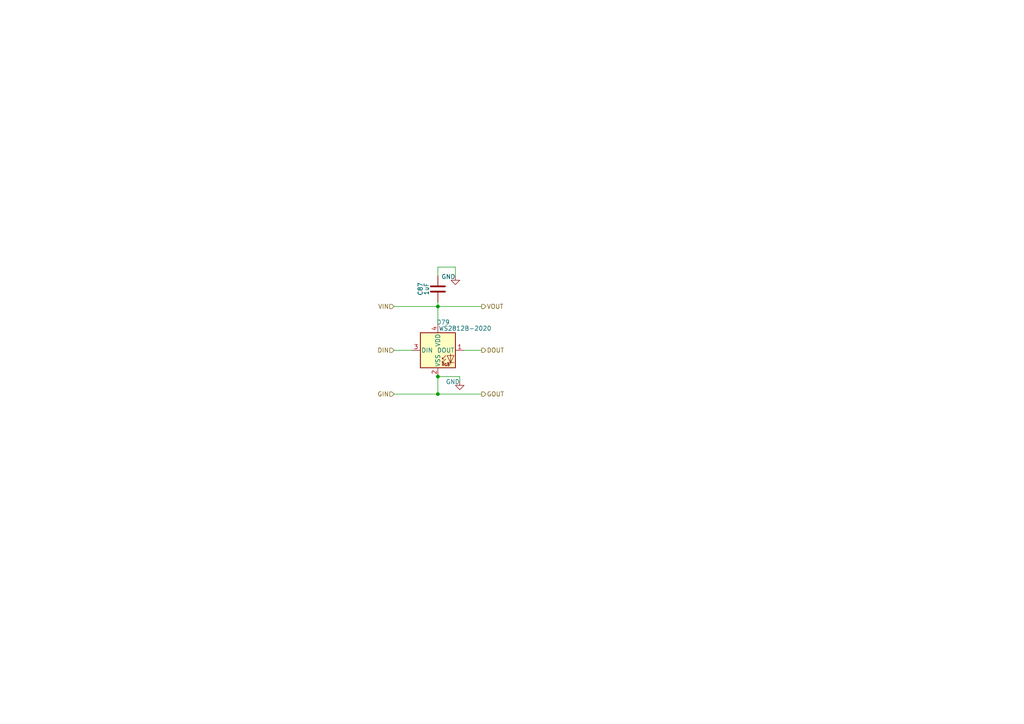
<source format=kicad_sch>
(kicad_sch (version 20250114) (generator "eeschema") (generator_version "9.0")
  (paper "A4")
  (lib_symbols
    (symbol "Device:C" (pin_numbers (hide yes)) (pin_names (offset 0.254))
      (property "Reference" "C" (at 0.635 2.54 0))
      (property "Value" "C" (at 0.635 -2.54 0))
      (symbol "C_0_1"
        (polyline (pts (xy -2.032 0.762) (xy 2.032 0.762)) (stroke (width 0.508)))
        (polyline (pts (xy -2.032 -0.762) (xy 2.032 -0.762)) (stroke (width 0.508)))
      )
      (symbol "C_1_1"
        (pin passive line (at 0 3.81 270) (length 2.794) (name "~") (number "1"))
        (pin passive line (at 0 -3.81 90) (length 2.794) (name "~") (number "2"))
      )
    )
    (symbol "LED:WS2812B-2020" (pin_names (offset 0.254))
      (property "Reference" "D" (at 5.08 5.715 0))
      (property "Value" "WS2812B-2020" (at 1.27 -5.715 0))
      (symbol "WS2812B-2020_0_0"
        (text "RGB" (at 2.286 -4.191 0) (effects (font (size 0.762 0.762))))
      )
      (symbol "WS2812B-2020_0_1"
        (polyline (pts (xy 1.27 -2.54) (xy 1.778 -2.54)))
        (polyline (pts (xy 1.27 -3.556) (xy 1.778 -3.556)))
        (polyline (pts (xy 2.286 -1.524) (xy 1.27 -2.54) (xy 1.27 -2.032)))
        (polyline (pts (xy 2.286 -2.54) (xy 1.27 -3.556) (xy 1.27 -3.048)))
        (polyline (pts (xy 3.683 -1.016) (xy 3.683 -3.556) (xy 3.683 -4.064)))
        (polyline (pts (xy 4.699 -1.524) (xy 2.667 -1.524) (xy 3.683 -3.556) (xy 4.699 -1.524)))
        (polyline (pts (xy 4.699 -3.556) (xy 2.667 -3.556)))
        (rectangle (start 5.08 5.08) (end -5.08 -5.08) (stroke (width 0.254)) (fill (type background)))
      )
      (symbol "WS2812B-2020_1_1"
        (pin input line (at -7.62 0 0) (length 2.54) (name "DIN") (number "3"))
        (pin power_in line (at 0 7.62 270) (length 2.54) (name "VDD") (number "4"))
        (pin power_in line (at 0 -7.62 90) (length 2.54) (name "VSS") (number "2"))
        (pin output line (at 7.62 0 180) (length 2.54) (name "DOUT") (number "1"))
      )
    )
    (symbol "power:GND" (power) (pin_numbers (hide yes)) (pin_names (offset 0) (hide yes))
      (property "Value" "GND" (at 0 -3.81 0))
      (symbol "GND_0_1"
        (polyline (pts (xy 0 0) (xy 0 -1.27) (xy 1.27 -1.27) (xy 0 -2.54) (xy -1.27 -1.27) (xy 0 -1.27)))
      )
      (symbol "GND_1_1"
        (pin power_in line (at 0 0 270) (length 0) (name "~") (number "1"))
      )
    )
  )
  (junction (at 127 109.22))
  (junction (at 127 88.9))
  (junction (at 127 114.3))
  (wire (pts (xy 133.35 110.49) (xy 133.35 109.22)))
  (wire (pts (xy 127 87.63) (xy 127 88.9)))
  (wire (pts (xy 127 114.3) (xy 139.7 114.3)))
  (wire (pts (xy 127 88.9) (xy 127 93.98)))
  (wire (pts (xy 114.3 88.9) (xy 127 88.9)))
  (wire (pts (xy 127 114.3) (xy 127 109.22)))
  (wire (pts (xy 127 109.22) (xy 133.35 109.22)))
  (wire (pts (xy 134.62 101.6) (xy 139.7 101.6)))
  (wire (pts (xy 127 80.01) (xy 127 77.47)))
  (wire (pts (xy 132.08 77.47) (xy 132.08 80.01)))
  (wire (pts (xy 127 88.9) (xy 139.7 88.9)))
  (wire (pts (xy 114.3 114.3) (xy 127 114.3)))
  (wire (pts (xy 114.3 101.6) (xy 119.38 101.6)))
  (wire (pts (xy 127 77.47) (xy 132.08 77.47)))
  (hierarchical_label "VOUT" (shape output) (at 139.7 88.9 0))
  (hierarchical_label "DOUT" (shape output) (at 139.7 101.6 0))
  (hierarchical_label "VIN" (shape input) (at 114.3 88.9 180))
  (hierarchical_label "GIN" (shape input) (at 114.3 114.3 180))
  (hierarchical_label "GOUT" (shape output) (at 139.7 114.3 0))
  (hierarchical_label "DIN" (shape input) (at 114.3 101.6 180))
  (symbol (lib_id "power:GND") (at 133.35 110.49 0) (unit 1)
    (property "Reference" "#PWR026" (effects (hide yes)))
    (property "Value" "GND" (at 131.318 110.744 0))
    (property "Description" "Power symbol creates a global label with name \"GND\" , ground" (effects (hide yes)))
    (instances (project "YBF" (path "" (reference "#PWR0182") (unit 1)) (path "" (reference "#PWR0166") (unit 1)) (path "" (reference "#PWR0120") (unit 1)) (path "" (reference "#PWR052") (unit 1)) (path "" (reference "#PWR066") (unit 1)) (path "" (reference "#PWR076") (unit 1)) (path "" (reference "#PWR074") (unit 1)) (path "" (reference "#PWR0144") (unit 1)) (path "" (reference "#PWR0140") (unit 1)) (path "" (reference "#PWR0106") (unit 1)) (path "" (reference "#PWR056") (unit 1)) (path "" (reference "#PWR0162") (unit 1)) (path "" (reference "#PWR0186") (unit 1)) (path "" (reference "#PWR0124") (unit 1)) (path "" (reference "#PWR0164") (unit 1)) (path "" (reference "#PWR098") (unit 1)) (path "" (reference "#PWR040") (unit 1)) (path "" (reference "#PWR094") (unit 1)) (path "" (reference "#PWR0138") (unit 1)) (path "" (reference "#PWR0216") (unit 1)) (path "" (reference "#PWR034") (unit 1)) (path "" (reference "#PWR0154") (unit 1)) (path "" (reference "#PWR0172") (unit 1)) (path "" (reference "#PWR032") (unit 1)) (path "" (reference "#PWR080") (unit 1)) (path "" (reference "#PWR060") (unit 1)) (path "" (reference "#PWR038") (unit 1)) (path "" (reference "#PWR0136") (unit 1)) (path "" (reference "#PWR0190") (unit 1)) (path "" (reference "#PWR0152") (unit 1)) (path "" (reference "#PWR070") (unit 1)) (path "" (reference "#PWR0184") (unit 1)) (path "" (reference "#PWR086") (unit 1)) (path "" (reference "#PWR0192") (unit 1)) (path "" (reference "#PWR050") (unit 1)) (path "" (reference "#PWR088") (unit 1)) (path "" (reference "#PWR044") (unit 1)) (path "" (reference "#PWR0212") (unit 1)) (path "" (reference "#PWR054") (unit 1)) (path "" (reference "#PWR092") (unit 1)) (path "" (reference "#PWR0126") (unit 1)) (path "" (reference "#PWR0160") (unit 1)) (path "" (reference "#PWR0104") (unit 1)) (path "" (reference "#PWR0178") (unit 1)) (path "" (reference "#PWR064") (unit 1)) (path "" (reference "#PWR0208") (unit 1)) (path "" (reference "#PWR030") (unit 1)) (path "" (reference "#PWR0214") (unit 1)) (path "" (reference "#PWR0206") (unit 1)) (path "" (reference "#PWR0148") (unit 1)) (path "" (reference "#PWR026") (unit 1)) (path "" (reference "#PWR096") (unit 1)) (path "" (reference "#PWR0158") (unit 1)) (path "" (reference "#PWR0134") (unit 1)) (path "" (reference "#PWR0198") (unit 1)) (path "" (reference "#PWR0122") (unit 1)) (path "" (reference "#PWR072") (unit 1)) (path "" (reference "#PWR0118") (unit 1)) (path "" (reference "#PWR0142") (unit 1)) (path "" (reference "#PWR0180") (unit 1)) (path "" (reference "#PWR0150") (unit 1)) (path "" (reference "#PWR0174") (unit 1)) (path "" (reference "#PWR0102") (unit 1)) (path "" (reference "#PWR0108") (unit 1)) (path "" (reference "#PWR0200") (unit 1)) (path "" (reference "#PWR0130") (unit 1)) (path "" (reference "#PWR028") (unit 1)) (path "" (reference "#PWR048") (unit 1)) (path "" (reference "#PWR084") (unit 1)) (path "" (reference "#PWR0114") (unit 1)) (path "" (reference "#PWR0110") (unit 1)) (path "" (reference "#PWR062") (unit 1)) (path "" (reference "#PWR0210") (unit 1)) (path "" (reference "#PWR0202") (unit 1)) (path "" (reference "#PWR0176") (unit 1)) (path "" (reference "#PWR078") (unit 1)) (path "" (reference "#PWR082") (unit 1)) (path "" (reference "#PWR0132") (unit 1)) (path "" (reference "#PWR036") (unit 1)) (path "" (reference "#PWR0196") (unit 1)) (path "" (reference "#PWR058") (unit 1)) (path "" (reference "#PWR0146") (unit 1)) (path "" (reference "#PWR0100") (unit 1)) (path "" (reference "#PWR090") (unit 1)) (path "" (reference "#PWR0170") (unit 1)) (path "" (reference "#PWR046") (unit 1)) (path "" (reference "#PWR068") (unit 1)) (path "" (reference "#PWR0116") (unit 1)) (path "" (reference "#PWR0188") (unit 1)) (path "" (reference "#PWR0204") (unit 1)) (path "" (reference "#PWR042") (unit 1)) (path "" (reference "#PWR0194") (unit 1)) (path "" (reference "#PWR0168") (unit 1)) (path "" (reference "#PWR0112") (unit 1)) (path "" (reference "#PWR0128") (unit 1)) (path "" (reference "#PWR0156") (unit 1))))
  )
  (symbol (lib_id "power:GND") (at 132.08 80.01 0) (unit 1)
    (property "Reference" "#PWR025" (effects (hide yes)))
    (property "Value" "GND" (at 130.048 80.264 0))
    (property "Description" "Power symbol creates a global label with name \"GND\" , ground" (effects (hide yes)))
    (instances (project "YBF" (path "" (reference "#PWR0181") (unit 1)) (path "" (reference "#PWR0165") (unit 1)) (path "" (reference "#PWR0119") (unit 1)) (path "" (reference "#PWR051") (unit 1)) (path "" (reference "#PWR065") (unit 1)) (path "" (reference "#PWR075") (unit 1)) (path "" (reference "#PWR073") (unit 1)) (path "" (reference "#PWR0143") (unit 1)) (path "" (reference "#PWR0139") (unit 1)) (path "" (reference "#PWR0105") (unit 1)) (path "" (reference "#PWR055") (unit 1)) (path "" (reference "#PWR0161") (unit 1)) (path "" (reference "#PWR0185") (unit 1)) (path "" (reference "#PWR0123") (unit 1)) (path "" (reference "#PWR0163") (unit 1)) (path "" (reference "#PWR097") (unit 1)) (path "" (reference "#PWR039") (unit 1)) (path "" (reference "#PWR093") (unit 1)) (path "" (reference "#PWR0137") (unit 1)) (path "" (reference "#PWR0215") (unit 1)) (path "" (reference "#PWR033") (unit 1)) (path "" (reference "#PWR0153") (unit 1)) (path "" (reference "#PWR0171") (unit 1)) (path "" (reference "#PWR031") (unit 1)) (path "" (reference "#PWR079") (unit 1)) (path "" (reference "#PWR059") (unit 1)) (path "" (reference "#PWR037") (unit 1)) (path "" (reference "#PWR0135") (unit 1)) (path "" (reference "#PWR0189") (unit 1)) (path "" (reference "#PWR0151") (unit 1)) (path "" (reference "#PWR069") (unit 1)) (path "" (reference "#PWR0183") (unit 1)) (path "" (reference "#PWR085") (unit 1)) (path "" (reference "#PWR0191") (unit 1)) (path "" (reference "#PWR049") (unit 1)) (path "" (reference "#PWR087") (unit 1)) (path "" (reference "#PWR043") (unit 1)) (path "" (reference "#PWR0211") (unit 1)) (path "" (reference "#PWR053") (unit 1)) (path "" (reference "#PWR091") (unit 1)) (path "" (reference "#PWR0125") (unit 1)) (path "" (reference "#PWR0159") (unit 1)) (path "" (reference "#PWR0103") (unit 1)) (path "" (reference "#PWR0177") (unit 1)) (path "" (reference "#PWR063") (unit 1)) (path "" (reference "#PWR0207") (unit 1)) (path "" (reference "#PWR029") (unit 1)) (path "" (reference "#PWR0213") (unit 1)) (path "" (reference "#PWR0205") (unit 1)) (path "" (reference "#PWR0147") (unit 1)) (path "" (reference "#PWR025") (unit 1)) (path "" (reference "#PWR095") (unit 1)) (path "" (reference "#PWR0157") (unit 1)) (path "" (reference "#PWR0133") (unit 1)) (path "" (reference "#PWR0197") (unit 1)) (path "" (reference "#PWR0121") (unit 1)) (path "" (reference "#PWR071") (unit 1)) (path "" (reference "#PWR0117") (unit 1)) (path "" (reference "#PWR0141") (unit 1)) (path "" (reference "#PWR0179") (unit 1)) (path "" (reference "#PWR0149") (unit 1)) (path "" (reference "#PWR0173") (unit 1)) (path "" (reference "#PWR0101") (unit 1)) (path "" (reference "#PWR0107") (unit 1)) (path "" (reference "#PWR0199") (unit 1)) (path "" (reference "#PWR0129") (unit 1)) (path "" (reference "#PWR027") (unit 1)) (path "" (reference "#PWR047") (unit 1)) (path "" (reference "#PWR083") (unit 1)) (path "" (reference "#PWR0113") (unit 1)) (path "" (reference "#PWR0109") (unit 1)) (path "" (reference "#PWR061") (unit 1)) (path "" (reference "#PWR0209") (unit 1)) (path "" (reference "#PWR0201") (unit 1)) (path "" (reference "#PWR0175") (unit 1)) (path "" (reference "#PWR077") (unit 1)) (path "" (reference "#PWR081") (unit 1)) (path "" (reference "#PWR0131") (unit 1)) (path "" (reference "#PWR035") (unit 1)) (path "" (reference "#PWR0195") (unit 1)) (path "" (reference "#PWR057") (unit 1)) (path "" (reference "#PWR0145") (unit 1)) (path "" (reference "#PWR099") (unit 1)) (path "" (reference "#PWR089") (unit 1)) (path "" (reference "#PWR0169") (unit 1)) (path "" (reference "#PWR045") (unit 1)) (path "" (reference "#PWR067") (unit 1)) (path "" (reference "#PWR0115") (unit 1)) (path "" (reference "#PWR0187") (unit 1)) (path "" (reference "#PWR0203") (unit 1)) (path "" (reference "#PWR041") (unit 1)) (path "" (reference "#PWR0193") (unit 1)) (path "" (reference "#PWR0167") (unit 1)) (path "" (reference "#PWR0111") (unit 1)) (path "" (reference "#PWR0127") (unit 1)) (path "" (reference "#PWR0155") (unit 1))))
  )
  (symbol (lib_id "LED:WS2812B-2020") (at 127 101.6 0) (unit 1)
    (property "Reference" "D1" (at 128.524 93.472 0))
    (property "Value" "WS2812B-2020" (at 134.874 95.25 0))
    (property "Footprint" "LED_SMD:LED_WS2812B-2020_PLCC4_2.0x2.0mm" (effects (hide yes)))
    (property "Datasheet" "https://cdn-shop.adafruit.com/product-files/4684/4684_WS2812B-2020_V1.3_EN.pdf" (effects (hide yes)))
    (property "Description" "RGB LED with integrated controller, 2.0 x 2.0 mm, 12 mA" (effects (hide yes)))
    (instances (project "YBF" (path "" (reference "D79") (unit 1)) (path "" (reference "D71") (unit 1)) (path "" (reference "D48") (unit 1)) (path "" (reference "D14") (unit 1)) (path "" (reference "D21") (unit 1)) (path "" (reference "D26") (unit 1)) (path "" (reference "D25") (unit 1)) (path "" (reference "D60") (unit 1)) (path "" (reference "D58") (unit 1)) (path "" (reference "D41") (unit 1)) (path "" (reference "D16") (unit 1)) (path "" (reference "D69") (unit 1)) (path "" (reference "D81") (unit 1)) (path "" (reference "D50") (unit 1)) (path "" (reference "D70") (unit 1)) (path "" (reference "D37") (unit 1)) (path "" (reference "D8") (unit 1)) (path "" (reference "D35") (unit 1)) (path "" (reference "D57") (unit 1)) (path "" (reference "D96") (unit 1)) (path "" (reference "D5") (unit 1)) (path "" (reference "D65") (unit 1)) (path "" (reference "D74") (unit 1)) (path "" (reference "D4") (unit 1)) (path "" (reference "D28") (unit 1)) (path "" (reference "D18") (unit 1)) (path "" (reference "D7") (unit 1)) (path "" (reference "D56") (unit 1)) (path "" (reference "D83") (unit 1)) (path "" (reference "D64") (unit 1)) (path "" (reference "D23") (unit 1)) (path "" (reference "D80") (unit 1)) (path "" (reference "D31") (unit 1)) (path "" (reference "D84") (unit 1)) (path "" (reference "D13") (unit 1)) (path "" (reference "D32") (unit 1)) (path "" (reference "D10") (unit 1)) (path "" (reference "D94") (unit 1)) (path "" (reference "D15") (unit 1)) (path "" (reference "D34") (unit 1)) (path "" (reference "D51") (unit 1)) (path "" (reference "D68") (unit 1)) (path "" (reference "D40") (unit 1)) (path "" (reference "D77") (unit 1)) (path "" (reference "D20") (unit 1)) (path "" (reference "D92") (unit 1)) (path "" (reference "D3") (unit 1)) (path "" (reference "D95") (unit 1)) (path "" (reference "D91") (unit 1)) (path "" (reference "D62") (unit 1)) (path "" (reference "D1") (unit 1)) (path "" (reference "D36") (unit 1)) (path "" (reference "D67") (unit 1)) (path "" (reference "D55") (unit 1)) (path "" (reference "D87") (unit 1)) (path "" (reference "D49") (unit 1)) (path "" (reference "D24") (unit 1)) (path "" (reference "D47") (unit 1)) (path "" (reference "D59") (unit 1)) (path "" (reference "D78") (unit 1)) (path "" (reference "D63") (unit 1)) (path "" (reference "D75") (unit 1)) (path "" (reference "D39") (unit 1)) (path "" (reference "D42") (unit 1)) (path "" (reference "D88") (unit 1)) (path "" (reference "D53") (unit 1)) (path "" (reference "D2") (unit 1)) (path "" (reference "D12") (unit 1)) (path "" (reference "D30") (unit 1)) (path "" (reference "D45") (unit 1)) (path "" (reference "D43") (unit 1)) (path "" (reference "D19") (unit 1)) (path "" (reference "D93") (unit 1)) (path "" (reference "D89") (unit 1)) (path "" (reference "D76") (unit 1)) (path "" (reference "D27") (unit 1)) (path "" (reference "D29") (unit 1)) (path "" (reference "D54") (unit 1)) (path "" (reference "D6") (unit 1)) (path "" (reference "D86") (unit 1)) (path "" (reference "D17") (unit 1)) (path "" (reference "D61") (unit 1)) (path "" (reference "D38") (unit 1)) (path "" (reference "D33") (unit 1)) (path "" (reference "D73") (unit 1)) (path "" (reference "D11") (unit 1)) (path "" (reference "D22") (unit 1)) (path "" (reference "D46") (unit 1)) (path "" (reference "D82") (unit 1)) (path "" (reference "D90") (unit 1)) (path "" (reference "D9") (unit 1)) (path "" (reference "D85") (unit 1)) (path "" (reference "D72") (unit 1)) (path "" (reference "D44") (unit 1)) (path "" (reference "D52") (unit 1)) (path "" (reference "D66") (unit 1))))
  )
  (symbol (lib_id "Device:C") (at 127 83.82 180) (unit 1)
    (property "Reference" "C9" (at 121.92 83.82 90))
    (property "Value" "1uF" (at 123.698 83.82 90))
    (property "Footprint" "Capacitor_SMD:C_0603_1608Metric" (effects (hide yes)))
    (property "Description" "Unpolarized capacitor" (effects (hide yes)))
    (instances (project "YBF" (path "" (reference "C87") (unit 1)) (path "" (reference "C79") (unit 1)) (path "" (reference "C56") (unit 1)) (path "" (reference "C22") (unit 1)) (path "" (reference "C29") (unit 1)) (path "" (reference "C34") (unit 1)) (path "" (reference "C33") (unit 1)) (path "" (reference "C68") (unit 1)) (path "" (reference "C66") (unit 1)) (path "" (reference "C49") (unit 1)) (path "" (reference "C24") (unit 1)) (path "" (reference "C77") (unit 1)) (path "" (reference "C89") (unit 1)) (path "" (reference "C58") (unit 1)) (path "" (reference "C78") (unit 1)) (path "" (reference "C45") (unit 1)) (path "" (reference "C16") (unit 1)) (path "" (reference "C43") (unit 1)) (path "" (reference "C65") (unit 1)) (path "" (reference "C104") (unit 1)) (path "" (reference "C13") (unit 1)) (path "" (reference "C73") (unit 1)) (path "" (reference "C82") (unit 1)) (path "" (reference "C12") (unit 1)) (path "" (reference "C36") (unit 1)) (path "" (reference "C26") (unit 1)) (path "" (reference "C15") (unit 1)) (path "" (reference "C64") (unit 1)) (path "" (reference "C91") (unit 1)) (path "" (reference "C72") (unit 1)) (path "" (reference "C31") (unit 1)) (path "" (reference "C88") (unit 1)) (path "" (reference "C39") (unit 1)) (path "" (reference "C92") (unit 1)) (path "" (reference "C21") (unit 1)) (path "" (reference "C40") (unit 1)) (path "" (reference "C18") (unit 1)) (path "" (reference "C102") (unit 1)) (path "" (reference "C23") (unit 1)) (path "" (reference "C42") (unit 1)) (path "" (reference "C59") (unit 1)) (path "" (reference "C76") (unit 1)) (path "" (reference "C48") (unit 1)) (path "" (reference "C85") (unit 1)) (path "" (reference "C28") (unit 1)) (path "" (reference "C100") (unit 1)) (path "" (reference "C11") (unit 1)) (path "" (reference "C103") (unit 1)) (path "" (reference "C99") (unit 1)) (path "" (reference "C70") (unit 1)) (path "" (reference "C9") (unit 1)) (path "" (reference "C44") (unit 1)) (path "" (reference "C75") (unit 1)) (path "" (reference "C63") (unit 1)) (path "" (reference "C95") (unit 1)) (path "" (reference "C57") (unit 1)) (path "" (reference "C32") (unit 1)) (path "" (reference "C55") (unit 1)) (path "" (reference "C67") (unit 1)) (path "" (reference "C86") (unit 1)) (path "" (reference "C71") (unit 1)) (path "" (reference "C83") (unit 1)) (path "" (reference "C47") (unit 1)) (path "" (reference "C50") (unit 1)) (path "" (reference "C96") (unit 1)) (path "" (reference "C61") (unit 1)) (path "" (reference "C10") (unit 1)) (path "" (reference "C20") (unit 1)) (path "" (reference "C38") (unit 1)) (path "" (reference "C53") (unit 1)) (path "" (reference "C51") (unit 1)) (path "" (reference "C27") (unit 1)) (path "" (reference "C101") (unit 1)) (path "" (reference "C97") (unit 1)) (path "" (reference "C84") (unit 1)) (path "" (reference "C35") (unit 1)) (path "" (reference "C37") (unit 1)) (path "" (reference "C62") (unit 1)) (path "" (reference "C14") (unit 1)) (path "" (reference "C94") (unit 1)) (path "" (reference "C25") (unit 1)) (path "" (reference "C69") (unit 1)) (path "" (reference "C46") (unit 1)) (path "" (reference "C41") (unit 1)) (path "" (reference "C81") (unit 1)) (path "" (reference "C19") (unit 1)) (path "" (reference "C30") (unit 1)) (path "" (reference "C54") (unit 1)) (path "" (reference "C90") (unit 1)) (path "" (reference "C98") (unit 1)) (path "" (reference "C17") (unit 1)) (path "" (reference "C93") (unit 1)) (path "" (reference "C80") (unit 1)) (path "" (reference "C52") (unit 1)) (path "" (reference "C60") (unit 1)) (path "" (reference "C74") (unit 1))))
  )
)
</source>
